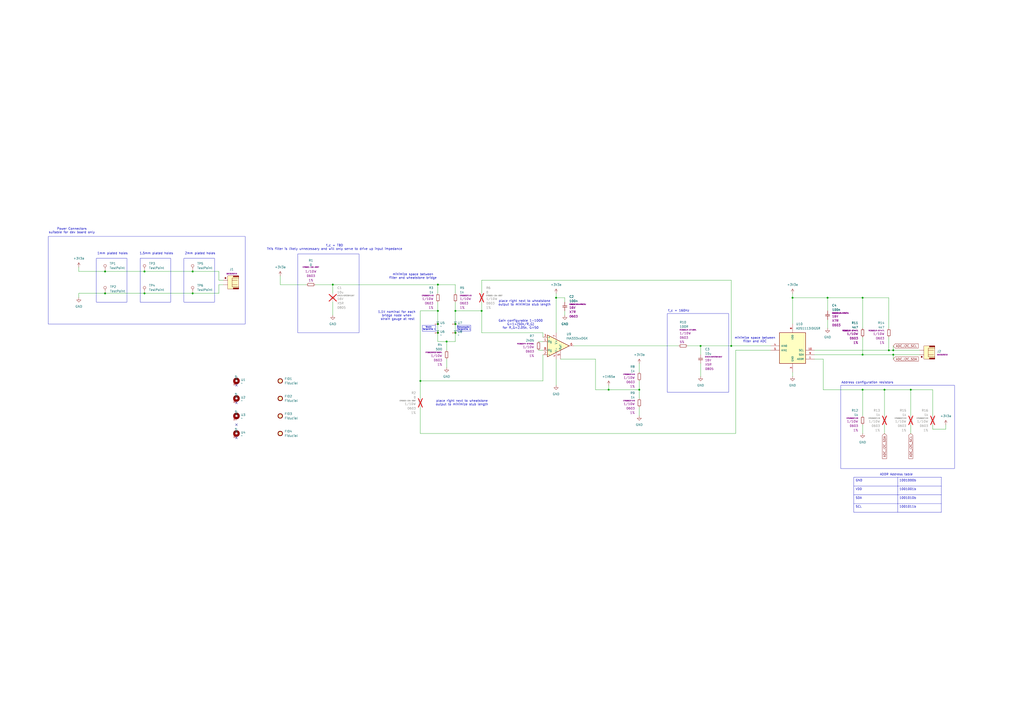
<source format=kicad_sch>
(kicad_sch (version 20250114) (generator "eeschema") (generator_version "9.0")
  (paper "A2")
  (lib_symbols
    (symbol "Amplifier_Instrumentation:INA333xxDGK" (pin_names (offset 0.127))
      (property "Reference" "U" (at 3.81 3.175 0))
      (property "Value" "INA333xxDGK" (at 3.81 -3.175 0))
      (symbol "INA333xxDGK_0_1"
        (polyline (pts (xy 7.62 0) (xy -5.08 6.35) (xy -5.08 -6.35) (xy 7.62 0)) (stroke (width 0.254)) (fill (type background)))
      )
      (symbol "INA333xxDGK_1_1"
        (pin input line (at -7.62 5.08 0) (length 2.54) (name "+") (number "3"))
        (pin passive line (at -7.62 2.54 0) (length 2.54) (name "Rg") (number "1"))
        (pin passive line (at -7.62 -2.54 0) (length 2.54) (name "Rg") (number "8"))
        (pin input line (at -7.62 -5.08 0) (length 2.54) (name "-") (number "2"))
        (pin power_in line (at 0 7.62 270) (length 3.81) (name "V+") (number "7"))
        (pin power_in line (at 0 -7.62 90) (length 3.81) (name "V-") (number "4"))
        (pin input line (at 2.54 -7.62 90) (length 5.08) (name "Ref") (number "5"))
        (pin output line (at 10.16 0 180) (length 2.54) (name "~") (number "6"))
      )
    )
    (symbol "Capacitor 12V Picogrid:22u" (pin_numbers (hide yes)) (pin_names (hide yes))
      (property "Reference" "C" (at 1.905 1.905 0))
      (property "Value" "22u" (at 1.905 0 0))
      (property "Mfr PN" "GMC21X5R226M16NT" (at 1.905 -1.905 0))
      (property "Voltage" "16V" (at 1.905 -3.81 0))
      (property "Dielectric" "X5R" (at 1.905 -5.715 0))
      (property "Package" "0805" (at 1.905 -7.62 0))
      (symbol "22u_0_1"
        (polyline (pts (xy -1.27 -2.159) (xy 1.27 -2.159)) (stroke (width 0.254)))
        (polyline (pts (xy -1.27 -2.921) (xy 1.27 -2.921)) (stroke (width 0.254)))
      )
      (symbol "22u_1_1"
        (pin passive line (at 0 0 270) (length 2.1) (name "+") (number "1"))
        (pin passive line (at 0 -5.08 90) (length 2.1) (name "-") (number "2"))
      )
    )
    (symbol "Connector:TestPoint" (pin_numbers (hide yes)) (pin_names (offset 0.762) (hide yes))
      (property "Reference" "TP" (at 0 6.858 0))
      (property "Value" "TestPoint" (at 0 5.08 0))
      (symbol "TestPoint_0_1"
        (circle (center 0 3.302) (radius 0.762))
      )
      (symbol "TestPoint_1_1"
        (pin passive line (at 0 0 90) (length 2.54) (name "1") (number "1"))
      )
    )
    (symbol "power:+3V3" (power) (pin_numbers (hide yes)) (pin_names (offset 0) (hide yes))
      (property "Value" "+3V3" (at 0 3.556 0))
      (symbol "+3V3_0_1"
        (polyline (pts (xy -0.762 1.27) (xy 0 2.54)))
        (polyline (pts (xy 0 2.54) (xy 0.762 1.27)))
        (polyline (pts (xy 0 0) (xy 0 2.54)))
      )
      (symbol "+3V3_1_1"
        (pin power_in line (at 0 0 90) (length 0) (name "~") (number "1"))
      )
    )
    (symbol "power:GND" (power) (pin_numbers (hide yes)) (pin_names (offset 0) (hide yes))
      (property "Value" "GND" (at 0 -3.81 0))
      (symbol "GND_0_1"
        (polyline (pts (xy 0 0) (xy 0 -1.27) (xy 1.27 -1.27) (xy 0 -2.54) (xy -1.27 -1.27) (xy 0 -1.27)))
      )
      (symbol "GND_1_1"
        (pin power_in line (at 0 0 270) (length 0) (name "~") (number "1"))
      )
    )
    (symbol "ulib_ADC_12b_16ch:ADS1113IDGSR" (pin_names (offset 1.016))
      (property "Reference" "U" (at 9.398 -20.066 0))
      (property "Value" "ADS1113IDGSR" (at 9.398 -22.86 0))
      (symbol "ADS1113IDGSR_0_0"
        (pin input line (at -5.08 -7.62 0) (length 5.08) (name "AIN0") (number "4"))
        (pin input line (at -5.08 -10.16 0) (length 5.08) (name "AIN1") (number "5"))
        (pin power_in line (at 7.62 5.08 270) (length 5.08) (name "VDD") (number "8"))
        (pin power_in line (at 7.62 -22.86 90) (length 5.08) (name "GND") (number "3"))
        (pin input line (at 20.32 -10.16 180) (length 5.08) (name "SCL") (number "10"))
        (pin bidirectional line (at 20.32 -12.7 180) (length 5.08) (name "SDA") (number "9"))
        (pin input line (at 20.32 -15.24 180) (length 5.08) (name "ADDR") (number "1"))
      )
      (symbol "ADS1113IDGSR_0_1"
        (rectangle (start 0 0) (end 15.24 -17.78) (stroke (width 0.254)) (fill (type background)))
      )
    )
    (symbol "ulib_Capacitor_SMD_250V:470p" (pin_numbers (hide yes)) (pin_names (hide yes))
      (property "Reference" "C" (at 1.905 1.905 0))
      (property "Value" "470p" (at 1.905 0 0))
      (property "Mfr PN" "C0603C471JAGACAUTO" (at 1.905 -1.905 0))
      (property "Voltage" "250V" (at 1.905 -3.81 0))
      (property "Dielectric" "C0G" (at 1.905 -5.715 0))
      (property "Package" "0603" (at 1.905 -7.62 0))
      (symbol "470p_0_1"
        (polyline (pts (xy -1.27 -2.159) (xy 1.27 -2.159)) (stroke (width 0.254)))
        (polyline (pts (xy -1.27 -2.921) (xy 1.27 -2.921)) (stroke (width 0.254)))
      )
      (symbol "470p_1_1"
        (pin passive line (at 0 0 270) (length 2.1) (name "+") (number "1"))
        (pin passive line (at 0 -5.08 90) (length 2.1) (name "-") (number "2"))
      )
    )
    (symbol "ulib_Connectors_DuraClik:502352-0210" (pin_numbers (hide yes)) (pin_names (hide yes))
      (property "Reference" "J" (at 0 -10.16 0))
      (property "Mfr PN" "5023520210" (at 1.27 -3.175 0))
      (symbol "502352-0210_0_1"
        (polyline (pts (xy -1.27 -8.89) (xy -1.27 -5.08) (xy 3.81 -5.08) (xy 3.81 -8.89)))
      )
      (symbol "502352-0210_1_1"
        (rectangle (start -2.54 -8.89) (end -1.905 -5.715) (fill (type outline)))
        (rectangle (start -2.54 -8.89) (end 5.08 -2.54) (fill (type background)))
        (circle (center -1.27 -1.27) (radius 0.0001) (stroke (width 1)) (fill (type outline)))
        (polyline (pts (xy 0 -5.08) (xy 0 -8.255)))
        (polyline (pts (xy 2.54 -5.08) (xy 2.54 -8.255)))
        (rectangle (start 4.445 -8.89) (end 5.08 -5.715) (fill (type outline)))
        (pin passive line (at 0 0 270) (length 2.54) (name "1") (number "1"))
        (pin passive line (at 2.54 0 270) (length 2.54) (name "2") (number "2"))
      )
    )
    (symbol "ulib_Mounting_Holes:Fiducial"
      (property "Reference" "FID" (at 0 5.08 0))
      (property "Value" "Fiducial" (at 0 3.175 0))
      (symbol "Fiducial_0_1"
        (circle (center 0 0) (radius 1.27) (stroke (width 0.508)) (fill (type background)))
      )
    )
    (symbol "ulib_Mounting_Holes:M2 Pad"
      (property "Reference" "U" (at 2.032 4.064 0))
      (symbol "M2 Pad_0_1"
        (circle (center 0 0) (radius 1.27) (stroke (width 1.27)))
      )
      (symbol "M2 Pad_1_1"
        (pin input line (at 0 -2.54 90) (length 2.54) (name "MP") (number "MP"))
      )
    )
    (symbol "ulib_Resistor_SMD_0.1W:0" (pin_numbers (hide yes)) (pin_names (hide yes))
      (property "Reference" "R" (at 1.905 1.905 0))
      (property "Value" "0" (at 1.905 0 0))
      (property "Mfr PN" "CR0603-10W-000T" (at 1.905 -1.905 0))
      (property "Power" "1/10W" (at 1.905 -3.81 0))
      (property "Package" "0603" (at 1.905 -7.62 0))
      (property "Tolerance" "1%" (at 1.905 -5.715 0))
      (symbol "0_0_1"
        (rectangle (start -0.762 -0.762) (end 0.762 -4.318) (stroke (width 0.2032)))
      )
      (symbol "0_1_1"
        (pin passive line (at 0 0 270) (length 0.762) (name "~") (number "1"))
        (pin passive line (at 0 -5.08 90) (length 0.762) (name "~") (number "2"))
      )
    )
    (symbol "ulib_TestPoints:Pad_0.15mm"
      (property "Reference" "U" (at 1.524 1.524 0))
      (symbol "Pad_0.15mm_0_1"
        (circle (center 0 0) (radius 0.508))
      )
      (symbol "Pad_0.15mm_1_1"
        (pin passive line (at 0 0 90) (length 0) (name "1") (number "1"))
      )
    )
  )
  (rectangle (start 55.88 149.86) (end 73.66 175.26))
  (rectangle (start 81.28 149.86) (end 99.06 175.26))
  (rectangle (start 27.94 137.16) (end 142.24 187.96))
  (rectangle (start 106.68 149.86) (end 124.46 175.26))
  (rectangle (start 265.1916 188.6604) (end 273.048 192.0213))
  (rectangle (start 172.72 147.32) (end 208.28 193.04))
  (rectangle (start 487.68 223.52) (end 553.72 271.78))
  (rectangle (start 387.096 181.864) (end 422.656 227.584))
  (rectangle (start 244.9756 188.7757) (end 252.8573 192.1192))
  (text "Compression \nSerpentine 1" (at 269.24 190.5 0) (effects (font (size 0.762 0.762))))
  (text "f_c = 160Hz" (at 393.7 180.34 0) (effects (font (size 1.27 1.27))))
  (text "Power Connectors\nsuitable for dev board only" (at 41.656 133.858 0) (effects (font (size 1.27 1.27))))
  (text "Address configuration resistors" (at 503.174 221.996 0) (effects (font (size 1.27 1.27))))
  (text "1mm plated holes\n" (at 65.278 147.066 0) (effects (font (size 1.27 1.27))))
  (text "2mm plated holes\n" (at 116.078 147.066 0) (effects (font (size 1.27 1.27))))
  (text "1.1V nominal for each \nbridge node when \nstrain gauge at rest" (at 230.632 183.134 0) (effects (font (size 1.27 1.27))))
  (text "Gain configurable 1-1000\nG=1+(50k/R_G)\nfor R_G=2.05k, G=50" (at 302.006 188.214 0) (effects (font (size 1.27 1.27))))
  (text "minimize space between\nfilter and ADC\n" (at 437.896 197.104 0) (effects (font (size 1.27 1.27))))
  (text "place right next to wheatstone\noutput to minimize stub length" (at 267.97 233.68 0) (effects (font (size 1.27 1.27))))
  (text "place right next to wheatstone\noutput to minimize stub length" (at 304.292 175.768 0) (effects (font (size 1.27 1.27))))
  (text "ADDR Address table" (at 519.938 275.336 0) (effects (font (size 1.27 1.27))))
  (text "Strain \nSerpentine 1" (at 248.92 190.5 0) (effects (font (size 0.762 0.762))))
  (text "1.5mm plated holes\n" (at 90.678 147.066 0) (effects (font (size 1.27 1.27))))
  (text "f_c = TBD\nThis filter is likely unnecessary and will only serve to drive up input impedance" (at 194.056 143.51 0) (effects (font (size 1.27 1.27))))
  (text "minimize space between\nfilter and wheatstone bridge" (at 239.522 160.274 0) (effects (font (size 1.27 1.27))))
  (junction (at 500.38 226.06))
  (junction (at 243.84 220.98))
  (junction (at 500.38 205.74))
  (junction (at 459.74 172.72))
  (junction (at 424.18 200.66))
  (junction (at 500.38 172.72))
  (junction (at 480.06 172.72))
  (junction (at 254 187.96))
  (junction (at 515.62 203.2))
  (junction (at 111.76 157.48))
  (junction (at 406.4 200.66))
  (junction (at 353.06 226.06))
  (junction (at 518.16 203.2))
  (junction (at 259.08 198.12))
  (junction (at 264.16 193.0406))
  (junction (at 60.96 170.18))
  (junction (at 254 165.1))
  (junction (at 264.16 187.96))
  (junction (at 279.4 180.34))
  (junction (at 370.84 226.06))
  (junction (at 83.82 170.18))
  (junction (at 254 180.34))
  (junction (at 518.16 205.74))
  (junction (at 193.04 165.1))
  (junction (at 111.76 170.18))
  (junction (at 513.08 226.06))
  (junction (at 254 193.04))
  (junction (at 60.96 157.48))
  (junction (at 83.82 157.48))
  (junction (at 528.32 226.06))
  (junction (at 322.58 172.72))
  (junction (at 264.16 180.34))
  (no_connect (at 137.16 233.68))
  (no_connect (at 137.16 254))
  (no_connect (at 137.16 246.38))
  (no_connect (at 137.16 223.52))
  (wire (pts (xy 279.4 170.18) (xy 279.4 162.56)))
  (wire (pts (xy 518.16 200.66) (xy 518.16 203.2)))
  (wire (pts (xy 426.72 203.2) (xy 426.72 251.46)))
  (wire (pts (xy 279.4 162.56) (xy 424.18 162.56)))
  (wire (pts (xy 127 170.18) (xy 127 165.1)))
  (wire (pts (xy 60.96 157.48) (xy 83.82 157.48)))
  (wire (pts (xy 254 165.1) (xy 264.16 165.1)))
  (wire (pts (xy 327.66 180.34) (xy 327.66 182.88)))
  (wire (pts (xy 406.4 200.66) (xy 424.18 200.66)))
  (wire (pts (xy 254 180.34) (xy 254 187.96)))
  (wire (pts (xy 515.62 203.2) (xy 518.16 203.2)))
  (wire (pts (xy 472.44 205.74) (xy 500.38 205.74)))
  (wire (pts (xy 60.96 170.18) (xy 83.82 170.18)))
  (wire (pts (xy 314.96 193.04) (xy 314.96 195.58)))
  (wire (pts (xy 254 180.34) (xy 243.84 180.34)))
  (wire (pts (xy 327.66 172.72) (xy 322.58 172.72)))
  (wire (pts (xy 327.66 175.26) (xy 327.66 172.72)))
  (wire (pts (xy 353.06 223.52) (xy 353.06 226.06)))
  (wire (pts (xy 500.38 172.72) (xy 515.62 172.72)))
  (wire (pts (xy 480.06 185.42) (xy 480.06 190.5)))
  (wire (pts (xy 424.18 200.66) (xy 424.18 162.56)))
  (wire (pts (xy 426.72 203.2) (xy 447.04 203.2)))
  (wire (pts (xy 264.16 193.0406) (xy 264.16 198.12)))
  (wire (pts (xy 459.74 172.72) (xy 480.06 172.72)))
  (wire (pts (xy 193.04 165.1) (xy 193.04 170.18)))
  (wire (pts (xy 279.4 180.34) (xy 279.4 193.04)))
  (wire (pts (xy 500.38 246.38) (xy 500.38 251.46)))
  (wire (pts (xy 279.4 193.04) (xy 314.96 193.04)))
  (wire (pts (xy 345.44 226.06) (xy 353.06 226.06)))
  (wire (pts (xy 370.84 220.98) (xy 370.84 226.06)))
  (wire (pts (xy 243.84 220.98) (xy 314.96 220.98)))
  (wire (pts (xy 279.4 180.34) (xy 279.4 175.26)))
  (wire (pts (xy 254 193.04) (xy 254 198.12)))
  (wire (pts (xy 518.16 205.74) (xy 533.4 205.74)))
  (wire (pts (xy 193.04 165.1) (xy 254 165.1)))
  (wire (pts (xy 528.32 226.06) (xy 528.32 241.3)))
  (wire (pts (xy 500.38 195.58) (xy 500.38 205.74)))
  (wire (pts (xy 370.84 226.06) (xy 370.84 231.14)))
  (wire (pts (xy 127 162.56) (xy 129.54 162.56)))
  (wire (pts (xy 459.74 215.9) (xy 459.74 218.44)))
  (wire (pts (xy 45.72 172.72) (xy 45.72 170.18)))
  (wire (pts (xy 370.84 236.22) (xy 370.84 241.3)))
  (wire (pts (xy 513.08 226.06) (xy 513.08 241.3)))
  (wire (pts (xy 322.58 172.72) (xy 322.58 193.04)))
  (wire (pts (xy 264.16 175.26) (xy 264.16 180.34)))
  (wire (pts (xy 541.02 226.06) (xy 528.32 226.06)))
  (wire (pts (xy 528.32 246.38) (xy 528.32 251.46)))
  (wire (pts (xy 127 165.1) (xy 129.54 165.1)))
  (wire (pts (xy 353.06 226.06) (xy 370.84 226.06)))
  (wire (pts (xy 459.74 170.18) (xy 459.74 172.72)))
  (wire (pts (xy 345.44 226.06) (xy 345.44 208.28)))
  (wire (pts (xy 477.52 226.06) (xy 477.52 208.28)))
  (wire (pts (xy 45.72 157.48) (xy 60.96 157.48)))
  (wire (pts (xy 477.52 226.06) (xy 500.38 226.06)))
  (wire (pts (xy 528.32 226.06) (xy 513.08 226.06)))
  (wire (pts (xy 406.4 210.82) (xy 406.4 218.44)))
  (wire (pts (xy 518.16 203.2) (xy 533.4 203.2)))
  (wire (pts (xy 500.38 190.5) (xy 500.38 172.72)))
  (wire (pts (xy 424.18 200.66) (xy 447.04 200.66)))
  (wire (pts (xy 264.16 180.34) (xy 279.4 180.34)))
  (wire (pts (xy 500.38 226.06) (xy 500.38 241.3)))
  (wire (pts (xy 243.84 180.34) (xy 243.84 220.98)))
  (wire (pts (xy 515.62 190.5) (xy 515.62 172.72)))
  (wire (pts (xy 243.84 251.46) (xy 426.72 251.46)))
  (wire (pts (xy 243.84 231.14) (xy 243.84 220.98)))
  (wire (pts (xy 264.16 165.1) (xy 264.16 170.18)))
  (wire (pts (xy 45.72 154.94) (xy 45.72 157.48)))
  (wire (pts (xy 254 198.12) (xy 259.08 198.12)))
  (wire (pts (xy 472.44 203.2) (xy 515.62 203.2)))
  (wire (pts (xy 45.72 170.18) (xy 60.96 170.18)))
  (wire (pts (xy 541.02 246.38) (xy 541.02 248.92)))
  (wire (pts (xy 83.82 170.18) (xy 111.76 170.18)))
  (wire (pts (xy 480.06 172.72) (xy 480.06 180.34)))
  (wire (pts (xy 312.42 198.12) (xy 314.96 198.12)))
  (wire (pts (xy 243.84 251.46) (xy 243.84 236.22)))
  (wire (pts (xy 548.64 248.92) (xy 548.64 246.38)))
  (wire (pts (xy 332.74 200.66) (xy 393.7 200.66)))
  (wire (pts (xy 477.52 208.28) (xy 472.44 208.28)))
  (wire (pts (xy 513.08 246.38) (xy 513.08 251.46)))
  (wire (pts (xy 541.02 248.92) (xy 548.64 248.92)))
  (wire (pts (xy 264.16 180.34) (xy 264.16 187.96)))
  (wire (pts (xy 370.84 210.82) (xy 370.84 215.9)))
  (wire (pts (xy 259.08 208.28) (xy 259.08 213.36)))
  (wire (pts (xy 83.82 157.48) (xy 111.76 157.48)))
  (wire (pts (xy 111.76 170.18) (xy 127 170.18)))
  (wire (pts (xy 259.08 198.12) (xy 264.16 198.12)))
  (wire (pts (xy 259.08 198.12) (xy 259.08 203.2)))
  (wire (pts (xy 254 165.1) (xy 254 170.18)))
  (wire (pts (xy 515.62 195.58) (xy 515.62 203.2)))
  (wire (pts (xy 254 187.96) (xy 254 193.04)))
  (wire (pts (xy 111.76 157.48) (xy 127 157.48)))
  (wire (pts (xy 325.12 208.28) (xy 345.44 208.28)))
  (wire (pts (xy 541.02 241.3) (xy 541.02 226.06)))
  (wire (pts (xy 459.74 172.72) (xy 459.74 187.96)))
  (wire (pts (xy 398.78 200.66) (xy 406.4 200.66)))
  (wire (pts (xy 518.16 205.74) (xy 518.16 208.28)))
  (wire (pts (xy 322.58 208.28) (xy 322.58 223.52)))
  (wire (pts (xy 513.08 226.06) (xy 500.38 226.06)))
  (wire (pts (xy 264.16 187.96) (xy 264.16 193.0406)))
  (wire (pts (xy 480.06 172.72) (xy 500.38 172.72)))
  (wire (pts (xy 322.58 170.18) (xy 322.58 172.72)))
  (wire (pts (xy 182.88 165.1) (xy 193.04 165.1)))
  (wire (pts (xy 193.04 175.26) (xy 193.04 182.88)))
  (wire (pts (xy 406.4 200.66) (xy 406.4 205.74)))
  (wire (pts (xy 312.42 203.2) (xy 314.96 203.2)))
  (wire (pts (xy 500.38 205.74) (xy 518.16 205.74)))
  (wire (pts (xy 314.96 220.98) (xy 314.96 205.74)))
  (wire (pts (xy 127 157.48) (xy 127 162.56)))
  (wire (pts (xy 162.56 165.1) (xy 177.8 165.1)))
  (wire (pts (xy 162.56 160.02) (xy 162.56 165.1)))
  (wire (pts (xy 254 175.26) (xy 254 180.34)))
  (table (column_count 2) (border (external yes) (header yes)) (separators (rows yes) (cols yes)) (column_widths 25.4 25.4) (row_heights 5.08 5.08 5.08 5.08) (cells (table_cell "GND" (at 495.3 276.86 0) (size 25.4 5.08) (margins 0.9525 0.9525 0.9525 0.9525) (span 1 1)) (table_cell "1001000b" (at 520.7 276.86 0) (size 25.4 5.08) (margins 0.9525 0.9525 0.9525 0.9525) (span 1 1)) (table_cell "VDD" (at 495.3 281.94 0) (size 25.4 5.08) (margins 0.9525 0.9525 0.9525 0.9525) (span 1 1)) (table_cell "1001001b" (at 520.7 281.94 0) (size 25.4 5.08) (margins 0.9525 0.9525 0.9525 0.9525) (span 1 1)) (table_cell "SDA" (at 495.3 287.02 0) (size 25.4 5.08) (margins 0.9525 0.9525 0.9525 0.9525) (span 1 1)) (table_cell "1001010b" (at 520.7 287.02 0) (size 25.4 5.08) (margins 0.9525 0.9525 0.9525 0.9525) (span 1 1)) (table_cell "SCL" (at 495.3 292.1 0) (size 25.4 5.08) (margins 0.9525 0.9525 0.9525 0.9525) (span 1 1)) (table_cell "1001011b" (at 520.7 292.1 0) (size 25.4 5.08) (margins 0.9525 0.9525 0.9525 0.9525) (span 1 1))))
  (global_label "ADC_I2C_SCL" (shape input) (at 528.32 251.46 270) (property "Intersheetrefs" "${INTERSHEET_REFS}" (effects (hide yes))))
  (global_label "ADC_I2C_SDA" (shape input) (at 518.16 208.28 0) (property "Intersheetrefs" "${INTERSHEET_REFS}" (effects (hide yes))))
  (global_label "ADC_I2C_SDA" (shape input) (at 513.08 251.46 270) (property "Intersheetrefs" "${INTERSHEET_REFS}" (effects (hide yes))))
  (global_label "ADC_I2C_SCL" (shape input) (at 518.16 200.66 0) (property "Intersheetrefs" "${INTERSHEET_REFS}" (effects (hide yes))))
  (symbol (lib_id "ulib_Connectors_DuraClik:502352-0210") (at 533.4 205.74 90) (unit 1)
    (property "Reference" "J2" (at 543.56 203.8349 90) (effects (justify right)))
    (property "Value" "502352-0210" (effects (hide yes)))
    (property "Footprint" "ulib_Connectors_DuraClik:Molex_DuraClik_5023520210_1x02_MP_P2.00mm_Right_Angle" (effects (hide yes)))
    (property "Datasheet" "https://www.literature.molex.com/SQLImages/kelmscott/Molex/PDF_Images/987650-8742.PDF" (effects (hide yes)))
    (property "Description" "DuraClik SMD Header, Single Row, Right-Angle, 2 Circuits, Gold (Au) Plating, Natural, 0.079\" (2.00mm)" (effects (hide yes)))
    (property "Mfr PN" "5023520210" (at 543.56 205.74 90) (effects (font (size 0.635 0.635)) (justify right)))
  )
  (symbol (lib_id "ulib_Mounting_Holes:M2 Pad") (at 137.16 241.3 0) (unit 1)
    (property "Reference" "U3" (at 139.7 240.6649 0) (effects (justify left)))
    (property "Value" "~" (at 139.7 242.57 0) (effects (justify left)))
    (property "Footprint" "ulib_Mechanical:MountingHole_3.2mm_M2_Pad_Via" (effects (hide yes)))
  )
  (symbol (lib_id "ulib_Mounting_Holes:Fiducial") (at 162.56 220.98 0) (unit 1)
    (property "Reference" "FID1" (at 165.1 219.7099 0) (effects (justify left)))
    (property "Value" "Fiducial" (at 165.1 222.2499 0) (effects (justify left)))
    (property "Footprint" "ulib_Mechanical:Fiducial_0.5mm_Mask1mm" (effects (hide yes)))
    (property "Description" "Fiducial Marker" (effects (hide yes)))
  )
  (symbol (lib_id "power:GND") (at 480.06 190.5 0) (unit 1)
    (property "Reference" "#PWR015" (effects (hide yes)))
    (property "Value" "GND" (at 480.06 195.58 0))
    (property "Description" "Power symbol creates a global label with name \"GND\" , ground" (effects (hide yes)))
  )
  (symbol (lib_id "ulib_Mounting_Holes:Fiducial") (at 162.56 231.14 0) (unit 1)
    (property "Reference" "FID2" (at 165.1 229.8699 0) (effects (justify left)))
    (property "Value" "Fiducial" (at 165.1 232.4099 0) (effects (justify left)))
    (property "Footprint" "ulib_Mechanical:Fiducial_0.5mm_Mask1mm" (effects (hide yes)))
    (property "Description" "Fiducial Marker" (effects (hide yes)))
  )
  (symbol (lib_id "ulib_Resistor_SMD_0.1W:0") (at 541.02 241.3 0) (mirror y) (unit 1) (in_bom no) (dnp yes)
    (property "Reference" "R16" (at 538.48 238.1249 0) (effects (justify left)))
    (property "Value" "1k" (at 538.48 240.6649 0) (effects (justify left)))
    (property "Footprint" "ulib_Resistors_SMD:R_0603_1608Metric" (effects (hide yes)))
    (property "Datasheet" "https://page.venkel.com/hubfs/Resources/Datasheets/CR-Series.pdf" (effects (hide yes)))
    (property "Description" "1/10W 0 1% SMD Resistor - Thick Film" (effects (hide yes)))
    (property "Mfr PN" "CRG0603F1K0" (at 538.48 242.57 0) (effects (font (size 0.635 0.635)) (justify left)))
    (property "Power" "1/10W" (at 538.48 244.4749 0) (effects (justify left)))
    (property "Package" "0603" (at 538.48 247.0149 0) (effects (justify left)))
    (property "Tolerance" "1%" (at 538.48 249.5549 0) (effects (justify left)))
  )
  (symbol (lib_id "ulib_Resistor_SMD_0.1W:0") (at 254 170.18 0) (mirror y) (unit 1)
    (property "Reference" "R3" (at 251.46 167.0049 0) (effects (justify left)))
    (property "Value" "1k" (at 251.46 169.5449 0) (effects (justify left)))
    (property "Footprint" "ulib_Resistors_SMD:R_0603_1608Metric" (effects (hide yes)))
    (property "Datasheet" "https://page.venkel.com/hubfs/Resources/Datasheets/CR-Series.pdf" (effects (hide yes)))
    (property "Description" "1/10W 0 1% SMD Resistor - Thick Film" (effects (hide yes)))
    (property "Mfr PN" "CRG0603F1K0" (at 251.46 171.45 0) (effects (font (size 0.635 0.635)) (justify left)))
    (property "Power" "1/10W" (at 251.46 173.3549 0) (effects (justify left)))
    (property "Package" "0603" (at 251.46 175.8949 0) (effects (justify left)))
    (property "Tolerance" "1%" (at 251.46 178.4349 0) (effects (justify left)))
  )
  (symbol (lib_id "Connector:TestPoint") (at 60.96 157.48 0) (unit 1)
    (property "Reference" "TP1" (at 63.5 152.9079 0) (effects (justify left)))
    (property "Value" "TestPoint" (at 63.5 155.4479 0) (effects (justify left)))
    (property "Footprint" "TestPoint:TestPoint_THTPad_D2.0mm_Drill1.0mm" (effects (hide yes)))
    (property "Description" "test point" (effects (hide yes)))
  )
  (symbol (lib_id "power:+3V3") (at 353.06 223.52 0) (mirror y) (unit 1)
    (property "Reference" "#PWR09" (effects (hide yes)))
    (property "Value" "+1V65a" (at 353.06 218.44 0))
    (property "Description" "Power symbol creates a global label with name \"+3V3\"" (effects (hide yes)))
  )
  (symbol (lib_id "power:+3V3") (at 459.74 170.18 0) (unit 1)
    (property "Reference" "#PWR013" (effects (hide yes)))
    (property "Value" "+3V3a" (at 459.74 165.1 0))
    (property "Description" "Power symbol creates a global label with name \"+3V3\"" (effects (hide yes)))
  )
  (symbol (lib_id "Connector:TestPoint") (at 83.82 157.48 0) (unit 1)
    (property "Reference" "TP3" (at 86.36 152.9079 0) (effects (justify left)))
    (property "Value" "TestPoint" (at 86.36 155.4479 0) (effects (justify left)))
    (property "Footprint" "TestPoint:TestPoint_THTPad_D3.0mm_Drill1.5mm" (effects (hide yes)))
    (property "Description" "test point" (effects (hide yes)))
  )
  (symbol (lib_id "power:+3V3") (at 162.56 160.02 0) (unit 1)
    (property "Reference" "#PWR03" (effects (hide yes)))
    (property "Value" "+3V3a" (at 162.56 154.94 0))
    (property "Description" "Power symbol creates a global label with name \"+3V3\"" (effects (hide yes)))
  )
  (symbol (lib_id "ulib_Mounting_Holes:Fiducial") (at 162.56 251.46 0) (unit 1)
    (property "Reference" "FID4" (at 165.1 250.1899 0) (effects (justify left)))
    (property "Value" "Fiducial" (at 165.1 252.7299 0) (effects (justify left)))
    (property "Footprint" "ulib_Mechanical:Fiducial_0.5mm_Mask1mm" (effects (hide yes)))
    (property "Description" "Fiducial Marker" (effects (hide yes)))
  )
  (symbol (lib_id "power:GND") (at 45.72 172.72 0) (unit 1)
    (property "Reference" "#PWR02" (effects (hide yes)))
    (property "Value" "GND" (at 45.72 177.8 0))
    (property "Description" "Power symbol creates a global label with name \"GND\" , ground" (effects (hide yes)))
  )
  (symbol (lib_id "ulib_TestPoints:Pad_0.15mm") (at 254 187.96 0) (unit 1)
    (property "Reference" "U5" (at 255.27 187.3249 0) (effects (justify left)))
    (property "Value" "~" (at 255.27 189.23 0) (effects (justify left)))
    (property "Footprint" "TestPoint:TestPoint_Pad_D0.15mm" (effects (hide yes)))
  )
  (symbol (lib_id "Connector:TestPoint") (at 111.76 170.18 0) (unit 1)
    (property "Reference" "TP6" (at 114.3 165.6079 0) (effects (justify left)))
    (property "Value" "TestPoint" (at 114.3 168.1479 0) (effects (justify left)))
    (property "Footprint" "TestPoint:TestPoint_THTPad_D4.0mm_Drill2.0mm" (effects (hide yes)))
    (property "Description" "test point" (effects (hide yes)))
  )
  (symbol (lib_id "power:+3V3") (at 322.58 170.18 0) (unit 1)
    (property "Reference" "#PWR06" (effects (hide yes)))
    (property "Value" "+3V3a" (at 322.58 165.1 0))
    (property "Description" "Power symbol creates a global label with name \"+3V3\"" (effects (hide yes)))
  )
  (symbol (lib_id "ulib_Resistor_SMD_0.1W:0") (at 370.84 231.14 0) (mirror y) (unit 1)
    (property "Reference" "R9" (at 368.3 227.9649 0) (effects (justify left)))
    (property "Value" "1k" (at 368.3 230.5049 0) (effects (justify left)))
    (property "Footprint" "ulib_Resistors_SMD:R_0603_1608Metric" (effects (hide yes)))
    (property "Datasheet" "https://page.venkel.com/hubfs/Resources/Datasheets/CR-Series.pdf" (effects (hide yes)))
    (property "Description" "1/10W 0 1% SMD Resistor - Thick Film" (effects (hide yes)))
    (property "Mfr PN" "CRG0603F1K0" (at 368.3 232.41 0) (effects (font (size 0.635 0.635)) (justify left)))
    (property "Power" "1/10W" (at 368.3 234.3149 0) (effects (justify left)))
    (property "Package" "0603" (at 368.3 236.8549 0) (effects (justify left)))
    (property "Tolerance" "1%" (at 368.3 239.3949 0) (effects (justify left)))
  )
  (symbol (lib_id "power:GND") (at 370.84 241.3 0) (mirror y) (unit 1)
    (property "Reference" "#PWR011" (effects (hide yes)))
    (property "Value" "GND" (at 370.84 246.38 0))
    (property "Description" "Power symbol creates a global label with name \"GND\" , ground" (effects (hide yes)))
  )
  (symbol (lib_id "ulib_Resistor_SMD_0.1W:0") (at 243.84 231.14 0) (mirror y) (unit 1) (in_bom no) (dnp yes)
    (property "Reference" "R2" (at 241.3 227.9649 0) (effects (justify left)))
    (property "Value" "0" (at 241.3 230.5049 0) (effects (justify left)))
    (property "Footprint" "ulib_Resistors_SMD:R_0603_1608Metric" (effects (hide yes)))
    (property "Datasheet" "https://page.venkel.com/hubfs/Resources/Datasheets/CR-Series.pdf" (effects (hide yes)))
    (property "Description" "1/10W 0 1% SMD Resistor - Thick Film" (effects (hide yes)))
    (property "Mfr PN" "CR0603-10W-000T" (at 241.3 232.41 0) (effects (font (size 0.635 0.635)) (justify left)))
    (property "Power" "1/10W" (at 241.3 234.3149 0) (effects (justify left)))
    (property "Package" "0603" (at 241.3 236.8549 0) (effects (justify left)))
    (property "Tolerance" "1%" (at 241.3 239.3949 0) (effects (justify left)))
  )
  (symbol (lib_id "Connector:TestPoint") (at 111.76 157.48 0) (unit 1)
    (property "Reference" "TP5" (at 114.3 152.9079 0) (effects (justify left)))
    (property "Value" "TestPoint" (at 114.3 155.4479 0) (effects (justify left)))
    (property "Footprint" "TestPoint:TestPoint_THTPad_D4.0mm_Drill2.0mm" (effects (hide yes)))
    (property "Description" "test point" (effects (hide yes)))
  )
  (symbol (lib_id "ulib_Mounting_Holes:Fiducial") (at 162.56 241.3 0) (unit 1)
    (property "Reference" "FID3" (at 165.1 240.0299 0) (effects (justify left)))
    (property "Value" "Fiducial" (at 165.1 242.5699 0) (effects (justify left)))
    (property "Footprint" "ulib_Mechanical:Fiducial_0.5mm_Mask1mm" (effects (hide yes)))
    (property "Description" "Fiducial Marker" (effects (hide yes)))
  )
  (symbol (lib_id "Connector:TestPoint") (at 83.82 170.18 0) (unit 1)
    (property "Reference" "TP4" (at 86.36 165.6079 0) (effects (justify left)))
    (property "Value" "TestPoint" (at 86.36 168.1479 0) (effects (justify left)))
    (property "Footprint" "TestPoint:TestPoint_THTPad_D3.0mm_Drill1.5mm" (effects (hide yes)))
    (property "Description" "test point" (effects (hide yes)))
  )
  (symbol (lib_id "Amplifier_Instrumentation:INA333xxDGK") (at 322.58 200.66 0) (unit 1)
    (property "Reference" "U9" (at 329.946 193.802 0))
    (property "Value" "INA333xxDGK" (at 334.772 196.2718 0))
    (property "Footprint" "Package_SO:VSSOP-8_3x3mm_P0.65mm" (effects (hide yes)))
    (property "Datasheet" "https://www.ti.com/lit/ds/symlink/ina333.pdf" (effects (hide yes)))
    (property "Description" "Zero Drift, Micropower Instrumentation Amplifier G = 1 + 100kOhm/Rg, VSSOP-8" (effects (hide yes)))
  )
  (symbol (lib_id "power:GND") (at 406.4 218.44 0) (unit 1)
    (property "Reference" "#PWR012" (effects (hide yes)))
    (property "Value" "GND" (at 406.4 223.52 0))
    (property "Description" "Power symbol creates a global label with name \"GND\" , ground" (effects (hide yes)))
  )
  (symbol (lib_id "power:GND") (at 459.74 218.44 0) (unit 1)
    (property "Reference" "#PWR014" (effects (hide yes)))
    (property "Value" "GND" (at 459.74 223.52 0))
    (property "Description" "Power symbol creates a global label with name \"GND\" , ground" (effects (hide yes)))
  )
  (symbol (lib_id "ulib_Connectors_DuraClik:502352-0210") (at 129.54 162.56 90) (mirror x) (unit 1)
    (property "Reference" "J1" (at 134.37 156.21 90))
    (property "Value" "502352-0210" (effects (hide yes)))
    (property "Footprint" "ulib_Connectors_DuraClik:Molex_DuraClik_5023520210_1x02_MP_P2.00mm_Right_Angle" (effects (hide yes)))
    (property "Datasheet" "https://www.literature.molex.com/SQLImages/kelmscott/Molex/PDF_Images/987650-8742.PDF" (effects (hide yes)))
    (property "Description" "DuraClik SMD Header, Single Row, Right-Angle, 2 Circuits, Gold (Au) Plating, Natural, 0.079\" (2.00mm)" (effects (hide yes)))
    (property "Mfr PN" "5023520210" (at 134.37 158.75 90) (effects (font (size 0.635 0.635))))
  )
  (symbol (lib_id "ulib_Mounting_Holes:M2 Pad") (at 137.16 231.14 0) (unit 1)
    (property "Reference" "U2" (at 139.7 230.5049 0) (effects (justify left)))
    (property "Value" "~" (at 139.7 232.41 0) (effects (justify left)))
    (property "Footprint" "ulib_Mechanical:MountingHole_3.2mm_M2_Pad_Via" (effects (hide yes)))
  )
  (symbol (lib_id "power:GND") (at 193.04 182.88 0) (unit 1)
    (property "Reference" "#PWR04" (effects (hide yes)))
    (property "Value" "GND" (at 193.04 187.96 0))
    (property "Description" "Power symbol creates a global label with name \"GND\" , ground" (effects (hide yes)))
  )
  (symbol (lib_id "ulib_Resistor_SMD_0.1W:0") (at 182.88 165.1 270) (unit 1)
    (property "Reference" "R1" (at 180.34 151.13 90))
    (property "Value" "0" (at 180.34 153.67 90))
    (property "Footprint" "ulib_Resistors_SMD:R_0603_1608Metric" (effects (hide yes)))
    (property "Datasheet" "https://page.venkel.com/hubfs/Resources/Datasheets/CR-Series.pdf" (effects (hide yes)))
    (property "Description" "1/10W 0 1% SMD Resistor - Thick Film" (effects (hide yes)))
    (property "Mfr PN" "CR0603-10W-000T" (at 180.34 154.94 90) (effects (font (size 0.635 0.635))))
    (property "Power" "1/10W" (at 180.34 157.48 90))
    (property "Package" "0603" (at 180.34 160.02 90))
    (property "Tolerance" "1%" (at 180.34 162.56 90))
  )
  (symbol (lib_id "ulib_TestPoints:Pad_0.15mm") (at 264.16 187.96 0) (unit 1)
    (property "Reference" "U7" (at 265.43 187.3249 0) (effects (justify left)))
    (property "Value" "~" (at 265.43 189.23 0) (effects (justify left)))
    (property "Footprint" "TestPoint:TestPoint_Pad_D0.15mm" (effects (hide yes)))
  )
  (symbol (lib_id "ulib_Resistor_SMD_0.1W:0") (at 370.84 215.9 0) (mirror y) (unit 1)
    (property "Reference" "R8" (at 368.3 212.7249 0) (effects (justify left)))
    (property "Value" "1k" (at 368.3 215.2649 0) (effects (justify left)))
    (property "Footprint" "ulib_Resistors_SMD:R_0603_1608Metric" (effects (hide yes)))
    (property "Datasheet" "https://page.venkel.com/hubfs/Resources/Datasheets/CR-Series.pdf" (effects (hide yes)))
    (property "Description" "1/10W 0 1% SMD Resistor - Thick Film" (effects (hide yes)))
    (property "Mfr PN" "CRG0603F1K0" (at 368.3 217.17 0) (effects (font (size 0.635 0.635)) (justify left)))
    (property "Power" "1/10W" (at 368.3 219.0749 0) (effects (justify left)))
    (property "Package" "0603" (at 368.3 221.6149 0) (effects (justify left)))
    (property "Tolerance" "1%" (at 368.3 224.1549 0) (effects (justify left)))
  )
  (symbol (lib_id "Capacitor 12V Picogrid:22u") (at 193.04 170.18 0) (unit 1) (in_bom no) (dnp yes)
    (property "Reference" "C1" (at 195.58 167.0049 0) (effects (justify left)))
    (property "Value" "10u" (at 195.58 169.5449 0) (effects (justify left)))
    (property "Footprint" "ulib_Capacitor_SMD:C_0805_2012Metric" (effects (hide yes)))
    (property "Datasheet" "http://www.calchipelectronics.com/pdf/gmc_series.pdf" (effects (hide yes)))
    (property "Description" "16V; X5R; 20%; 0805; GMC21X5R226M16NT" (effects (hide yes)))
    (property "Mfr PN" "GMC21X5R226M16NT" (at 195.58 171.45 0) (effects (font (size 0.635 0.635)) (justify left)))
    (property "Voltage" "16V" (at 195.58 173.3549 0) (effects (justify left)))
    (property "Dielectric" "X5R" (at 195.58 175.8949 0) (effects (justify left)))
    (property "Package" "0805" (at 195.58 178.4349 0) (effects (justify left)))
  )
  (symbol (lib_id "ulib_Resistor_SMD_0.1W:0") (at 513.08 241.3 0) (mirror y) (unit 1) (in_bom no) (dnp yes)
    (property "Reference" "R13" (at 510.54 238.1249 0) (effects (justify left)))
    (property "Value" "1k" (at 510.54 240.6649 0) (effects (justify left)))
    (property "Footprint" "ulib_Resistors_SMD:R_0603_1608Metric" (effects (hide yes)))
    (property "Datasheet" "https://page.venkel.com/hubfs/Resources/Datasheets/CR-Series.pdf" (effects (hide yes)))
    (property "Description" "1/10W 0 1% SMD Resistor - Thick Film" (effects (hide yes)))
    (property "Mfr PN" "CRG0603F1K0" (at 510.54 242.57 0) (effects (font (size 0.635 0.635)) (justify left)))
    (property "Power" "1/10W" (at 510.54 244.4749 0) (effects (justify left)))
    (property "Package" "0603" (at 510.54 247.0149 0) (effects (justify left)))
    (property "Tolerance" "1%" (at 510.54 249.5549 0) (effects (justify left)))
  )
  (symbol (lib_id "ulib_Resistor_SMD_0.1W:0") (at 279.4 170.18 0) (unit 1) (in_bom no) (dnp yes)
    (property "Reference" "R6" (at 281.94 167.0049 0) (effects (justify left)))
    (property "Value" "0" (at 281.94 169.5449 0) (effects (justify left)))
    (property "Footprint" "ulib_Resistors_SMD:R_0603_1608Metric" (effects (hide yes)))
    (property "Datasheet" "https://page.venkel.com/hubfs/Resources/Datasheets/CR-Series.pdf" (effects (hide yes)))
    (property "Description" "1/10W 0 1% SMD Resistor - Thick Film" (effects (hide yes)))
    (property "Mfr PN" "CR0603-10W-000T" (at 281.94 171.45 0) (effects (font (size 0.635 0.635)) (justify left)))
    (property "Power" "1/10W" (at 281.94 173.3549 0) (effects (justify left)))
    (property "Package" "0603" (at 281.94 175.8949 0) (effects (justify left)))
    (property "Tolerance" "1%" (at 281.94 178.4349 0) (effects (justify left)))
  )
  (symbol (lib_id "ulib_Resistor_SMD_0.1W:0") (at 264.16 170.18 0) (unit 1)
    (property "Reference" "R5" (at 266.7 167.0049 0) (effects (justify left)))
    (property "Value" "1k" (at 266.7 169.5449 0) (effects (justify left)))
    (property "Footprint" "ulib_Resistors_SMD:R_0603_1608Metric" (effects (hide yes)))
    (property "Datasheet" "https://page.venkel.com/hubfs/Resources/Datasheets/CR-Series.pdf" (effects (hide yes)))
    (property "Description" "1/10W 0 1% SMD Resistor - Thick Film" (effects (hide yes)))
    (property "Mfr PN" "CRG0603F1K0" (at 266.7 171.45 0) (effects (font (size 0.635 0.635)) (justify left)))
    (property "Power" "1/10W" (at 266.7 173.3549 0) (effects (justify left)))
    (property "Package" "0603" (at 266.7 175.8949 0) (effects (justify left)))
    (property "Tolerance" "1%" (at 266.7 178.4349 0) (effects (justify left)))
  )
  (symbol (lib_id "power:GND") (at 327.66 182.88 0) (unit 1)
    (property "Reference" "#PWR08" (effects (hide yes)))
    (property "Value" "GND" (at 327.66 187.96 0))
    (property "Description" "Power symbol creates a global label with name \"GND\" , ground" (effects (hide yes)))
  )
  (symbol (lib_id "power:+3V3") (at 370.84 210.82 0) (mirror y) (unit 1)
    (property "Reference" "#PWR010" (effects (hide yes)))
    (property "Value" "+3V3a" (at 370.84 205.74 0))
    (property "Description" "Power symbol creates a global label with name \"+3V3\"" (effects (hide yes)))
  )
  (symbol (lib_id "ulib_Resistor_SMD_0.1W:0") (at 515.62 190.5 0) (mirror y) (unit 1)
    (property "Reference" "R14" (at 513.08 187.3249 0) (effects (justify left)))
    (property "Value" "4k7" (at 513.08 189.8649 0) (effects (justify left)))
    (property "Footprint" "ulib_Resistors_SMD:R_0603_1608Metric" (effects (hide yes)))
    (property "Datasheet" "https://page.venkel.com/hubfs/Resources/Datasheets/CR-Series.pdf" (effects (hide yes)))
    (property "Description" "1/10W 0 1% SMD Resistor - Thick Film" (effects (hide yes)))
    (property "Mfr PN" "RC0603JR-074K7L" (at 513.08 191.77 0) (effects (font (size 0.635 0.635)) (justify left)))
    (property "Power" "1/10W" (at 513.08 193.6749 0) (effects (justify left)))
    (property "Package" "0603" (at 513.08 196.2149 0) (effects (justify left)))
    (property "Tolerance" "1%" (at 513.08 198.7549 0) (effects (justify left)))
  )
  (symbol (lib_id "ulib_ADC_12b_16ch:ADS1113IDGSR") (at 452.12 193.04 0) (unit 1)
    (property "Reference" "U10" (at 461.7086 187.96 0) (effects (justify left)))
    (property "Value" "ADS1113IDGSR" (at 461.7086 190.5 0) (effects (justify left)))
    (property "Footprint" "ulib_Package_SO:SOP50P490X110-10N" (effects (hide yes)))
  )
  (symbol (lib_id "power:GND") (at 322.58 223.52 0) (unit 1)
    (property "Reference" "#PWR07" (effects (hide yes)))
    (property "Value" "GND" (at 322.58 228.6 0))
    (property "Description" "Power symbol creates a global label with name \"GND\" , ground" (effects (hide yes)))
  )
  (symbol (lib_id "power:GND") (at 259.08 213.36 0) (unit 1)
    (property "Reference" "#PWR05" (effects (hide yes)))
    (property "Value" "GND" (at 259.08 218.44 0))
    (property "Description" "Power symbol creates a global label with name \"GND\" , ground" (effects (hide yes)))
  )
  (symbol (lib_id "ulib_Mounting_Holes:M2 Pad") (at 137.16 251.46 0) (unit 1)
    (property "Reference" "U4" (at 139.7 250.8249 0) (effects (justify left)))
    (property "Value" "~" (at 139.7 252.73 0) (effects (justify left)))
    (property "Footprint" "ulib_Mechanical:MountingHole_3.2mm_M2_Pad_Via" (effects (hide yes)))
  )
  (symbol (lib_id "power:+3V3") (at 45.72 154.94 0) (unit 1)
    (property "Reference" "#PWR01" (effects (hide yes)))
    (property "Value" "+3V3a" (at 45.72 149.86 0))
    (property "Description" "Power symbol creates a global label with name \"+3V3\"" (effects (hide yes)))
  )
  (symbol (lib_id "ulib_TestPoints:Pad_0.15mm") (at 264.16 193.0406 0) (unit 1)
    (property "Reference" "U8" (at 265.43 192.4055 0) (effects (justify left)))
    (property "Value" "~" (at 265.43 194.3106 0) (effects (justify left)))
    (property "Footprint" "TestPoint:TestPoint_Pad_D0.15mm" (effects (hide yes)))
  )
  (symbol (lib_id "ulib_Resistor_SMD_0.1W:0") (at 528.32 241.3 0) (mirror y) (unit 1) (in_bom no) (dnp yes)
    (property "Reference" "R15" (at 525.78 238.1249 0) (effects (justify left)))
    (property "Value" "1k" (at 525.78 240.6649 0) (effects (justify left)))
    (property "Footprint" "ulib_Resistors_SMD:R_0603_1608Metric" (effects (hide yes)))
    (property "Datasheet" "https://page.venkel.com/hubfs/Resources/Datasheets/CR-Series.pdf" (effects (hide yes)))
    (property "Description" "1/10W 0 1% SMD Resistor - Thick Film" (effects (hide yes)))
    (property "Mfr PN" "CRG0603F1K0" (at 525.78 242.57 0) (effects (font (size 0.635 0.635)) (justify left)))
    (property "Power" "1/10W" (at 525.78 244.4749 0) (effects (justify left)))
    (property "Package" "0603" (at 525.78 247.0149 0) (effects (justify left)))
    (property "Tolerance" "1%" (at 525.78 249.5549 0) (effects (justify left)))
  )
  (symbol (lib_id "ulib_TestPoints:Pad_0.15mm") (at 254 193.04 0) (unit 1)
    (property "Reference" "U6" (at 255.27 192.4049 0) (effects (justify left)))
    (property "Value" "~" (at 255.27 194.31 0) (effects (justify left)))
    (property "Footprint" "TestPoint:TestPoint_Pad_D0.15mm" (effects (hide yes)))
  )
  (symbol (lib_id "ulib_Capacitor_SMD_250V:470p") (at 480.06 180.34 0) (unit 1)
    (property "Reference" "C4" (at 482.6 177.1649 0) (effects (justify left)))
    (property "Value" "100n" (at 482.6 179.7049 0) (effects (justify left)))
    (property "Footprint" "ulib_Capacitor_SMD:C_0603_1608Metric" (effects (hide yes)))
    (property "Datasheet" "https://connect.kemet.com:7667/gateway/IntelliData-ComponentDocumentation/1.0/download/datasheet/C0603C471JAGACAUTO" (effects (hide yes)))
    (property "Description" "250V; C0G; 5%; 0603; C0603C471JAGACAUTO" (effects (hide yes)))
    (property "Mfr PN" "C0603C104J4RACTU" (at 482.6 181.61 0) (effects (font (size 0.635 0.635)) (justify left)))
    (property "Voltage" "16V" (at 482.6 183.5149 0) (effects (justify left)))
    (property "Dielectric" "X7R" (at 482.6 186.0549 0) (effects (justify left)))
    (property "Package" "0603" (at 482.6 188.5949 0) (effects (justify left)))
  )
  (symbol (lib_id "ulib_Resistor_SMD_0.1W:0") (at 500.38 241.3 0) (mirror y) (unit 1)
    (property "Reference" "R12" (at 497.84 238.1249 0) (effects (justify left)))
    (property "Value" "1k" (at 497.84 240.6649 0) (effects (justify left)))
    (property "Footprint" "ulib_Resistors_SMD:R_0603_1608Metric" (effects (hide yes)))
    (property "Datasheet" "https://page.venkel.com/hubfs/Resources/Datasheets/CR-Series.pdf" (effects (hide yes)))
    (property "Description" "1/10W 0 1% SMD Resistor - Thick Film" (effects (hide yes)))
    (property "Mfr PN" "CRG0603F1K0" (at 497.84 242.57 0) (effects (font (size 0.635 0.635)) (justify left)))
    (property "Power" "1/10W" (at 497.84 244.4749 0) (effects (justify left)))
    (property "Package" "0603" (at 497.84 247.0149 0) (effects (justify left)))
    (property "Tolerance" "1%" (at 497.84 249.5549 0) (effects (justify left)))
  )
  (symbol (lib_id "ulib_Capacitor_SMD_250V:470p") (at 327.66 175.26 0) (unit 1)
    (property "Reference" "C2" (at 330.2 172.0849 0) (effects (justify left)))
    (property "Value" "100n" (at 330.2 174.6249 0) (effects (justify left)))
    (property "Footprint" "ulib_Capacitor_SMD:C_0603_1608Metric" (effects (hide yes)))
    (property "Datasheet" "https://connect.kemet.com:7667/gateway/IntelliData-ComponentDocumentation/1.0/download/datasheet/C0603C471JAGACAUTO" (effects (hide yes)))
    (property "Description" "250V; C0G; 5%; 0603; C0603C471JAGACAUTO" (effects (hide yes)))
    (property "Mfr PN" "C0603C104J4RACTU" (at 330.2 176.53 0) (effects (font (size 0.635 0.635)) (justify left)))
    (property "Voltage" "16V" (at 330.2 178.4349 0) (effects (justify left)))
    (property "Dielectric" "X7R" (at 330.2 180.9749 0) (effects (justify left)))
    (property "Package" "0603" (at 330.2 183.5149 0) (effects (justify left)))
  )
  (symbol (lib_id "ulib_Resistor_SMD_0.1W:0") (at 259.08 203.2 0) (mirror y) (unit 1)
    (property "Reference" "R4" (at 256.54 200.0249 0) (effects (justify left)))
    (property "Value" "500" (at 256.54 202.5649 0) (effects (justify left)))
    (property "Footprint" "ulib_Resistors_SMD:R_0603_1608Metric" (effects (hide yes)))
    (property "Datasheet" "https://page.venkel.com/hubfs/Resources/Datasheets/CR-Series.pdf" (effects (hide yes)))
    (property "Description" "1/10W 0 1% SMD Resistor - Thick Film" (effects (hide yes)))
    (property "Mfr PN" "RT0603BRC07500RL" (at 256.54 204.47 0) (effects (font (size 0.635 0.635)) (justify left)))
    (property "Power" "1/10W" (at 256.54 206.3749 0) (effects (justify left)))
    (property "Package" "0603" (at 256.54 208.9149 0) (effects (justify left)))
    (property "Tolerance" "1%" (at 256.54 211.4549 0) (effects (justify left)))
  )
  (symbol (lib_id "Capacitor 12V Picogrid:22u") (at 406.4 205.74 0) (unit 1)
    (property "Reference" "C3" (at 408.94 202.5649 0) (effects (justify left)))
    (property "Value" "10u" (at 408.94 205.1049 0) (effects (justify left)))
    (property "Footprint" "ulib_Capacitor_SMD:C_0805_2012Metric" (effects (hide yes)))
    (property "Datasheet" "http://www.calchipelectronics.com/pdf/gmc_series.pdf" (effects (hide yes)))
    (property "Description" "16V; X5R; 20%; 0805; GMC21X5R226M16NT" (effects (hide yes)))
    (property "Mfr PN" "GMC21X5R226M16NT" (at 408.94 207.01 0) (effects (font (size 0.635 0.635)) (justify left)))
    (property "Voltage" "16V" (at 408.94 208.9149 0) (effects (justify left)))
    (property "Dielectric" "X5R" (at 408.94 211.4549 0) (effects (justify left)))
    (property "Package" "0805" (at 408.94 213.9949 0) (effects (justify left)))
  )
  (symbol (lib_id "ulib_Resistor_SMD_0.1W:0") (at 398.78 200.66 270) (mirror x) (unit 1)
    (property "Reference" "R10" (at 394.208 186.944 90) (effects (justify left)))
    (property "Value" "100R" (at 394.208 189.484 90) (effects (justify left)))
    (property "Footprint" "ulib_Resistors_SMD:R_0603_1608Metric" (effects (hide yes)))
    (property "Datasheet" "https://page.venkel.com/hubfs/Resources/Datasheets/CR-Series.pdf" (effects (hide yes)))
    (property "Description" "1/10W 0 1% SMD Resistor - Thick Film" (effects (hide yes)))
    (property "Mfr PN" "RC0603JR-07100RL" (at 394.208 191.3891 90) (effects (font (size 0.635 0.635)) (justify left)))
    (property "Power" "1/10W" (at 394.208 193.294 90) (effects (justify left)))
    (property "Package" "0603" (at 394.208 195.834 90) (effects (justify left)))
    (property "Tolerance" "5%" (at 394.208 198.374 90) (effects (justify left)))
  )
  (symbol (lib_id "ulib_Resistor_SMD_0.1W:0") (at 312.42 198.12 0) (mirror y) (unit 1)
    (property "Reference" "R7" (at 309.88 194.9449 0) (effects (justify left)))
    (property "Value" "2k05" (at 309.88 197.4849 0) (effects (justify left)))
    (property "Footprint" "ulib_Resistors_SMD:R_0603_1608Metric" (effects (hide yes)))
    (property "Datasheet" "https://page.venkel.com/hubfs/Resources/Datasheets/CR-Series.pdf" (effects (hide yes)))
    (property "Description" "1/10W 0 1% SMD Resistor - Thick Film" (effects (hide yes)))
    (property "Mfr PN" "RC0603FR-072K05L" (at 309.88 199.39 0) (effects (font (size 0.635 0.635)) (justify left)))
    (property "Power" "1/10W" (at 309.88 201.2949 0) (effects (justify left)))
    (property "Package" "0603" (at 309.88 203.8349 0) (effects (justify left)))
    (property "Tolerance" "1%" (at 309.88 206.3749 0) (effects (justify left)))
  )
  (symbol (lib_id "power:GND") (at 500.38 251.46 0) (unit 1)
    (property "Reference" "#PWR016" (effects (hide yes)))
    (property "Value" "GND" (at 500.38 256.54 0))
    (property "Description" "Power symbol creates a global label with name \"GND\" , ground" (effects (hide yes)))
  )
  (symbol (lib_id "ulib_Mounting_Holes:M2 Pad") (at 137.16 220.98 0) (unit 1)
    (property "Reference" "U1" (at 139.7 220.3449 0) (effects (justify left)))
    (property "Value" "~" (at 139.7 222.25 0) (effects (justify left)))
    (property "Footprint" "ulib_Mechanical:MountingHole_3.2mm_M2_Pad_Via" (effects (hide yes)))
  )
  (symbol (lib_id "ulib_Resistor_SMD_0.1W:0") (at 500.38 190.5 0) (mirror y) (unit 1)
    (property "Reference" "R11" (at 497.84 187.3249 0) (effects (justify left)))
    (property "Value" "4k7" (at 497.84 189.8649 0) (effects (justify left)))
    (property "Footprint" "ulib_Resistors_SMD:R_0603_1608Metric" (effects (hide yes)))
    (property "Datasheet" "https://page.venkel.com/hubfs/Resources/Datasheets/CR-Series.pdf" (effects (hide yes)))
    (property "Description" "1/10W 0 1% SMD Resistor - Thick Film" (effects (hide yes)))
    (property "Mfr PN" "RC0603JR-074K7L" (at 497.84 191.77 0) (effects (font (size 0.635 0.635)) (justify left)))
    (property "Power" "1/10W" (at 497.84 193.6749 0) (effects (justify left)))
    (property "Package" "0603" (at 497.84 196.2149 0) (effects (justify left)))
    (property "Tolerance" "1%" (at 497.84 198.7549 0) (effects (justify left)))
  )
  (symbol (lib_id "power:+3V3") (at 548.64 246.38 0) (unit 1)
    (property "Reference" "#PWR017" (effects (hide yes)))
    (property "Value" "+3V3a" (at 548.64 241.3 0))
    (property "Description" "Power symbol creates a global label with name \"+3V3\"" (effects (hide yes)))
  )
  (symbol (lib_id "Connector:TestPoint") (at 60.96 170.18 0) (unit 1)
    (property "Reference" "TP2" (at 63.754 166.37 0) (effects (justify left)))
    (property "Value" "TestPoint" (at 63.754 168.91 0) (effects (justify left)))
    (property "Footprint" "TestPoint:TestPoint_THTPad_D2.0mm_Drill1.0mm" (effects (hide yes)))
    (property "Description" "test point" (effects (hide yes)))
  )
)
</source>
